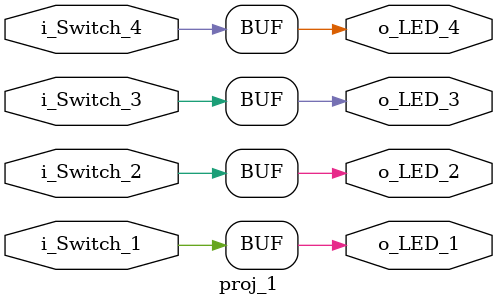
<source format=v>

module proj_1 (    
    input  i_Switch_1,
    input  i_Switch_2,
    input  i_Switch_3, 
    input  i_Switch_4, 
    output o_LED_1   ,
    output o_LED_2   ,
    output o_LED_3   ,
    output o_LED_4 );

    assign o_LED_1 = i_Switch_1;
    assign o_LED_2 = i_Switch_2;
    assign o_LED_3 = i_Switch_3;
    assign o_LED_4 = i_Switch_4;


endmodule

</source>
